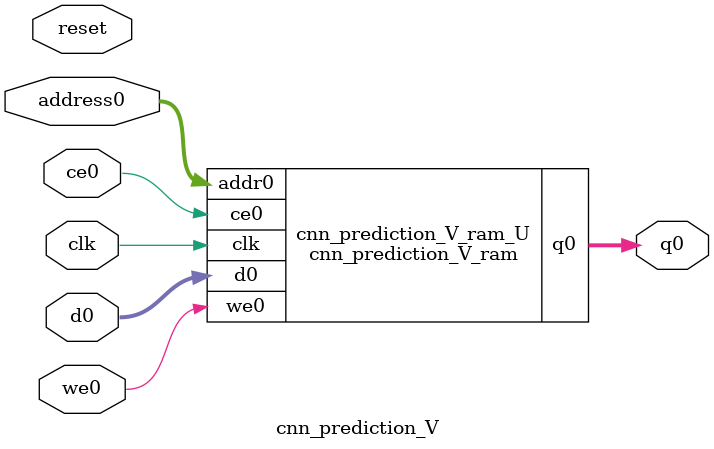
<source format=v>
`timescale 1 ns / 1 ps
module cnn_prediction_V_ram (addr0, ce0, d0, we0, q0,  clk);

parameter DWIDTH = 14;
parameter AWIDTH = 4;
parameter MEM_SIZE = 10;

input[AWIDTH-1:0] addr0;
input ce0;
input[DWIDTH-1:0] d0;
input we0;
output reg[DWIDTH-1:0] q0;
input clk;

(* ram_style = "distributed" *)reg [DWIDTH-1:0] ram[0:MEM_SIZE-1];




always @(posedge clk)  
begin 
    if (ce0) 
    begin
        if (we0) 
        begin 
            ram[addr0] <= d0; 
        end 
        q0 <= ram[addr0];
    end
end


endmodule

`timescale 1 ns / 1 ps
module cnn_prediction_V(
    reset,
    clk,
    address0,
    ce0,
    we0,
    d0,
    q0);

parameter DataWidth = 32'd14;
parameter AddressRange = 32'd10;
parameter AddressWidth = 32'd4;
input reset;
input clk;
input[AddressWidth - 1:0] address0;
input ce0;
input we0;
input[DataWidth - 1:0] d0;
output[DataWidth - 1:0] q0;



cnn_prediction_V_ram cnn_prediction_V_ram_U(
    .clk( clk ),
    .addr0( address0 ),
    .ce0( ce0 ),
    .we0( we0 ),
    .d0( d0 ),
    .q0( q0 ));

endmodule


</source>
